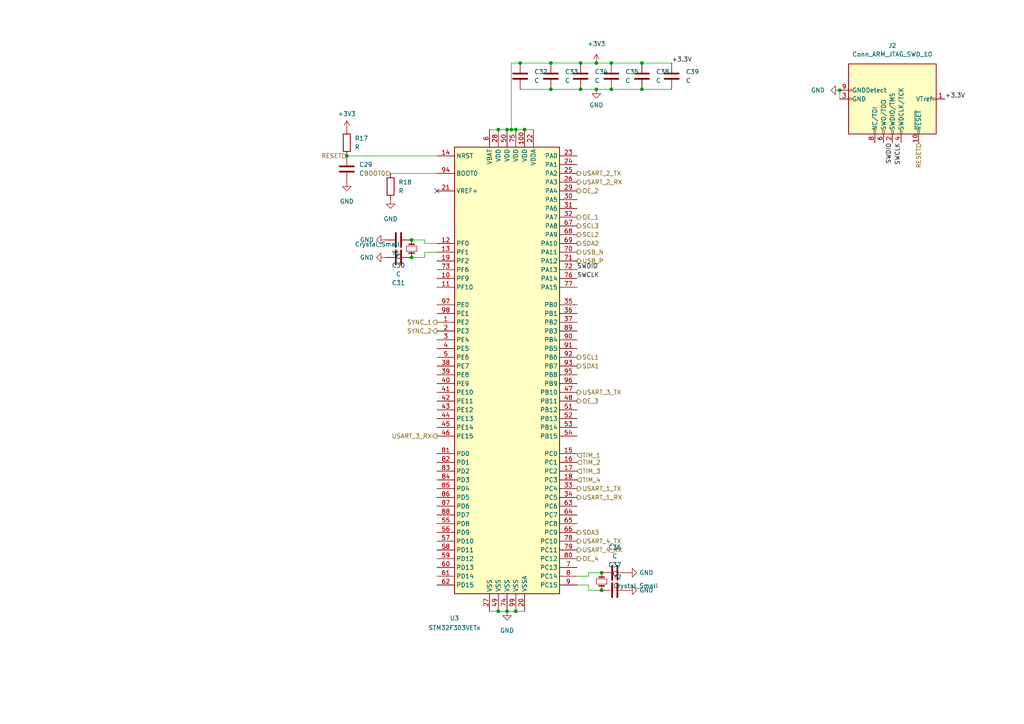
<source format=kicad_sch>
(kicad_sch (version 20210621) (generator eeschema)
  (paper "A4")
  (lib_symbols
    (symbol "Connector:Conn_ARM_JTAG_SWD_10" (pin_names (offset 1.016))
      (property "Reference" "J" (at -2.54 16.51 0))
      (property "Value" "Conn_ARM_JTAG_SWD_10" (at -2.54 13.97 0))
      (symbol "Conn_ARM_JTAG_SWD_10_0_1"
        (rectangle (start -10.16 12.7) (end 10.16 -12.7) (stroke (width 0.254)) (fill (type background)))
        (rectangle (start -2.794 -12.7) (end -2.286 -11.684))
        (rectangle (start -0.254 -12.7) (end 0.254 -11.684))
        (rectangle (start -0.254 12.7) (end 0.254 11.684))
        (rectangle (start 9.144 2.286) (end 10.16 2.794))
        (rectangle (start 10.16 -2.794) (end 9.144 -2.286))
        (rectangle (start 10.16 -0.254) (end 9.144 0.254))
        (rectangle (start 10.16 7.874) (end 9.144 7.366))
      )
      (symbol "Conn_ARM_JTAG_SWD_10_1_1"
        (rectangle (start 9.144 -5.334) (end 10.16 -4.826))
        (pin power_in line (at 0 15.24 270) (length 2.54) (name "VTref") (number "1"))
        (pin open_collector line (at 12.7 7.62 180) (length 2.54) (name "~{RESET}") (number "10"))
        (pin bidirectional line (at 12.7 0 180) (length 2.54) (name "SWDIO/TMS") (number "2"))
        (pin power_in line (at 0 -15.24 90) (length 2.54) (name "GND") (number "3"))
        (pin output line (at 12.7 2.54 180) (length 2.54) (name "SWDCLK/TCK") (number "4"))
        (pin passive line (at 0 -15.24 90) (length 2.54) hide (name "GND") (number "5"))
        (pin input line (at 12.7 -2.54 180) (length 2.54) (name "SWO/TDO") (number "6"))
        (pin no_connect line (at -10.16 0 0) (length 2.54) hide (name "KEY") (number "7"))
        (pin output line (at 12.7 -5.08 180) (length 2.54) (name "NC/TDI") (number "8"))
        (pin passive line (at -2.54 -15.24 90) (length 2.54) (name "GNDDetect") (number "9"))
      )
    )
    (symbol "Device:C" (pin_numbers hide) (pin_names (offset 0.254))
      (property "Reference" "C" (at 0.635 2.54 0))
      (property "Value" "C" (at 0.635 -2.54 0))
      (symbol "C_0_1"
        (polyline (pts (xy -2.032 -0.762) (xy 2.032 -0.762)) (stroke (width 0.508)))
        (polyline (pts (xy -2.032 0.762) (xy 2.032 0.762)) (stroke (width 0.508)))
      )
      (symbol "C_1_1"
        (pin passive line (at 0 3.81 270) (length 2.794) (name "~") (number "1"))
        (pin passive line (at 0 -3.81 90) (length 2.794) (name "~") (number "2"))
      )
    )
    (symbol "Device:Crystal_Small" (pin_numbers hide) (pin_names (offset 1.016) hide)
      (property "Reference" "Y" (at 0 2.54 0))
      (property "Value" "Crystal_Small" (at 0 -2.54 0))
      (symbol "Crystal_Small_0_1"
        (rectangle (start -0.762 -1.524) (end 0.762 1.524))
        (polyline (pts (xy -1.27 -0.762) (xy -1.27 0.762)) (stroke (width 0.381)))
        (polyline (pts (xy 1.27 -0.762) (xy 1.27 0.762)) (stroke (width 0.381)))
      )
      (symbol "Crystal_Small_1_1"
        (pin passive line (at -2.54 0 0) (length 1.27) (name "1") (number "1"))
        (pin passive line (at 2.54 0 180) (length 1.27) (name "2") (number "2"))
      )
    )
    (symbol "Device:R" (pin_numbers hide) (pin_names (offset 0))
      (property "Reference" "R" (at 2.032 0 90))
      (property "Value" "R" (at 0 0 90))
      (symbol "R_0_1"
        (rectangle (start -1.016 -2.54) (end 1.016 2.54) (stroke (width 0.254)))
      )
      (symbol "R_1_1"
        (pin passive line (at 0 3.81 270) (length 1.27) (name "~") (number "1"))
        (pin passive line (at 0 -3.81 90) (length 1.27) (name "~") (number "2"))
      )
    )
    (symbol "MCU_ST_STM32F3:STM32F303VETx"
      (property "Reference" "U" (at -15.24 64.77 0))
      (property "Value" "STM32F303VETx" (at 10.16 64.77 0))
      (symbol "STM32F303VETx_0_1"
        (rectangle (start -15.24 -66.04) (end 15.24 63.5) (stroke (width 0.254)) (fill (type background)))
      )
      (symbol "STM32F303VETx_1_1"
        (pin bidirectional line (at -20.32 12.7 0) (length 5.08) (name "PE2") (number "1"))
        (pin bidirectional line (at -20.32 25.4 0) (length 5.08) (name "PF9") (number "10"))
        (pin power_in line (at 5.08 68.58 270) (length 5.08) (name "VDD") (number "100"))
        (pin bidirectional line (at -20.32 22.86 0) (length 5.08) (name "PF10") (number "11"))
        (pin input line (at -20.32 35.56 0) (length 5.08) (name "PF0") (number "12"))
        (pin input line (at -20.32 33.02 0) (length 5.08) (name "PF1") (number "13"))
        (pin input line (at -20.32 60.96 0) (length 5.08) (name "NRST") (number "14"))
        (pin bidirectional line (at 20.32 -25.4 180) (length 5.08) (name "PC0") (number "15"))
        (pin bidirectional line (at 20.32 -27.94 180) (length 5.08) (name "PC1") (number "16"))
        (pin bidirectional line (at 20.32 -30.48 180) (length 5.08) (name "PC2") (number "17"))
        (pin bidirectional line (at 20.32 -33.02 180) (length 5.08) (name "PC3") (number "18"))
        (pin bidirectional line (at -20.32 30.48 0) (length 5.08) (name "PF2") (number "19"))
        (pin bidirectional line (at -20.32 10.16 0) (length 5.08) (name "PE3") (number "2"))
        (pin power_in line (at 5.08 -71.12 90) (length 5.08) (name "VSSA") (number "20"))
        (pin power_in line (at -20.32 50.8 0) (length 5.08) (name "VREF+") (number "21"))
        (pin power_in line (at 7.62 68.58 270) (length 5.08) (name "VDDA") (number "22"))
        (pin bidirectional line (at 20.32 60.96 180) (length 5.08) (name "PA0") (number "23"))
        (pin bidirectional line (at 20.32 58.42 180) (length 5.08) (name "PA1") (number "24"))
        (pin bidirectional line (at 20.32 55.88 180) (length 5.08) (name "PA2") (number "25"))
        (pin bidirectional line (at 20.32 53.34 180) (length 5.08) (name "PA3") (number "26"))
        (pin power_in line (at -5.08 -71.12 90) (length 5.08) (name "VSS") (number "27"))
        (pin power_in line (at -2.54 68.58 270) (length 5.08) (name "VDD") (number "28"))
        (pin bidirectional line (at 20.32 50.8 180) (length 5.08) (name "PA4") (number "29"))
        (pin bidirectional line (at -20.32 7.62 0) (length 5.08) (name "PE4") (number "3"))
        (pin bidirectional line (at 20.32 48.26 180) (length 5.08) (name "PA5") (number "30"))
        (pin bidirectional line (at 20.32 45.72 180) (length 5.08) (name "PA6") (number "31"))
        (pin bidirectional line (at 20.32 43.18 180) (length 5.08) (name "PA7") (number "32"))
        (pin bidirectional line (at 20.32 -35.56 180) (length 5.08) (name "PC4") (number "33"))
        (pin bidirectional line (at 20.32 -38.1 180) (length 5.08) (name "PC5") (number "34"))
        (pin bidirectional line (at 20.32 17.78 180) (length 5.08) (name "PB0") (number "35"))
        (pin bidirectional line (at 20.32 15.24 180) (length 5.08) (name "PB1") (number "36"))
        (pin bidirectional line (at 20.32 12.7 180) (length 5.08) (name "PB2") (number "37"))
        (pin bidirectional line (at -20.32 0 0) (length 5.08) (name "PE7") (number "38"))
        (pin bidirectional line (at -20.32 -2.54 0) (length 5.08) (name "PE8") (number "39"))
        (pin bidirectional line (at -20.32 5.08 0) (length 5.08) (name "PE5") (number "4"))
        (pin bidirectional line (at -20.32 -5.08 0) (length 5.08) (name "PE9") (number "40"))
        (pin bidirectional line (at -20.32 -7.62 0) (length 5.08) (name "PE10") (number "41"))
        (pin bidirectional line (at -20.32 -10.16 0) (length 5.08) (name "PE11") (number "42"))
        (pin bidirectional line (at -20.32 -12.7 0) (length 5.08) (name "PE12") (number "43"))
        (pin bidirectional line (at -20.32 -15.24 0) (length 5.08) (name "PE13") (number "44"))
        (pin bidirectional line (at -20.32 -17.78 0) (length 5.08) (name "PE14") (number "45"))
        (pin bidirectional line (at -20.32 -20.32 0) (length 5.08) (name "PE15") (number "46"))
        (pin bidirectional line (at 20.32 -7.62 180) (length 5.08) (name "PB10") (number "47"))
        (pin bidirectional line (at 20.32 -10.16 180) (length 5.08) (name "PB11") (number "48"))
        (pin power_in line (at -2.54 -71.12 90) (length 5.08) (name "VSS") (number "49"))
        (pin bidirectional line (at -20.32 2.54 0) (length 5.08) (name "PE6") (number "5"))
        (pin power_in line (at 0 68.58 270) (length 5.08) (name "VDD") (number "50"))
        (pin bidirectional line (at 20.32 -12.7 180) (length 5.08) (name "PB12") (number "51"))
        (pin bidirectional line (at 20.32 -15.24 180) (length 5.08) (name "PB13") (number "52"))
        (pin bidirectional line (at 20.32 -17.78 180) (length 5.08) (name "PB14") (number "53"))
        (pin bidirectional line (at 20.32 -20.32 180) (length 5.08) (name "PB15") (number "54"))
        (pin bidirectional line (at -20.32 -45.72 0) (length 5.08) (name "PD8") (number "55"))
        (pin bidirectional line (at -20.32 -48.26 0) (length 5.08) (name "PD9") (number "56"))
        (pin bidirectional line (at -20.32 -50.8 0) (length 5.08) (name "PD10") (number "57"))
        (pin bidirectional line (at -20.32 -53.34 0) (length 5.08) (name "PD11") (number "58"))
        (pin bidirectional line (at -20.32 -55.88 0) (length 5.08) (name "PD12") (number "59"))
        (pin power_in line (at -5.08 68.58 270) (length 5.08) (name "VBAT") (number "6"))
        (pin bidirectional line (at -20.32 -58.42 0) (length 5.08) (name "PD13") (number "60"))
        (pin bidirectional line (at -20.32 -60.96 0) (length 5.08) (name "PD14") (number "61"))
        (pin bidirectional line (at -20.32 -63.5 0) (length 5.08) (name "PD15") (number "62"))
        (pin bidirectional line (at 20.32 -40.64 180) (length 5.08) (name "PC6") (number "63"))
        (pin bidirectional line (at 20.32 -43.18 180) (length 5.08) (name "PC7") (number "64"))
        (pin bidirectional line (at 20.32 -45.72 180) (length 5.08) (name "PC8") (number "65"))
        (pin bidirectional line (at 20.32 -48.26 180) (length 5.08) (name "PC9") (number "66"))
        (pin bidirectional line (at 20.32 40.64 180) (length 5.08) (name "PA8") (number "67"))
        (pin bidirectional line (at 20.32 38.1 180) (length 5.08) (name "PA9") (number "68"))
        (pin bidirectional line (at 20.32 35.56 180) (length 5.08) (name "PA10") (number "69"))
        (pin bidirectional line (at 20.32 -58.42 180) (length 5.08) (name "PC13") (number "7"))
        (pin bidirectional line (at 20.32 33.02 180) (length 5.08) (name "PA11") (number "70"))
        (pin bidirectional line (at 20.32 30.48 180) (length 5.08) (name "PA12") (number "71"))
        (pin bidirectional line (at 20.32 27.94 180) (length 5.08) (name "PA13") (number "72"))
        (pin bidirectional line (at -20.32 27.94 0) (length 5.08) (name "PF6") (number "73"))
        (pin power_in line (at 0 -71.12 90) (length 5.08) (name "VSS") (number "74"))
        (pin power_in line (at 2.54 68.58 270) (length 5.08) (name "VDD") (number "75"))
        (pin bidirectional line (at 20.32 25.4 180) (length 5.08) (name "PA14") (number "76"))
        (pin bidirectional line (at 20.32 22.86 180) (length 5.08) (name "PA15") (number "77"))
        (pin bidirectional line (at 20.32 -50.8 180) (length 5.08) (name "PC10") (number "78"))
        (pin bidirectional line (at 20.32 -53.34 180) (length 5.08) (name "PC11") (number "79"))
        (pin bidirectional line (at 20.32 -60.96 180) (length 5.08) (name "PC14") (number "8"))
        (pin bidirectional line (at 20.32 -55.88 180) (length 5.08) (name "PC12") (number "80"))
        (pin bidirectional line (at -20.32 -25.4 0) (length 5.08) (name "PD0") (number "81"))
        (pin bidirectional line (at -20.32 -27.94 0) (length 5.08) (name "PD1") (number "82"))
        (pin bidirectional line (at -20.32 -30.48 0) (length 5.08) (name "PD2") (number "83"))
        (pin bidirectional line (at -20.32 -33.02 0) (length 5.08) (name "PD3") (number "84"))
        (pin bidirectional line (at -20.32 -35.56 0) (length 5.08) (name "PD4") (number "85"))
        (pin bidirectional line (at -20.32 -38.1 0) (length 5.08) (name "PD5") (number "86"))
        (pin bidirectional line (at -20.32 -40.64 0) (length 5.08) (name "PD6") (number "87"))
        (pin bidirectional line (at -20.32 -43.18 0) (length 5.08) (name "PD7") (number "88"))
        (pin bidirectional line (at 20.32 10.16 180) (length 5.08) (name "PB3") (number "89"))
        (pin bidirectional line (at 20.32 -63.5 180) (length 5.08) (name "PC15") (number "9"))
        (pin bidirectional line (at 20.32 7.62 180) (length 5.08) (name "PB4") (number "90"))
        (pin bidirectional line (at 20.32 5.08 180) (length 5.08) (name "PB5") (number "91"))
        (pin bidirectional line (at 20.32 2.54 180) (length 5.08) (name "PB6") (number "92"))
        (pin bidirectional line (at 20.32 0 180) (length 5.08) (name "PB7") (number "93"))
        (pin input line (at -20.32 55.88 0) (length 5.08) (name "BOOT0") (number "94"))
        (pin bidirectional line (at 20.32 -2.54 180) (length 5.08) (name "PB8") (number "95"))
        (pin bidirectional line (at 20.32 -5.08 180) (length 5.08) (name "PB9") (number "96"))
        (pin bidirectional line (at -20.32 17.78 0) (length 5.08) (name "PE0") (number "97"))
        (pin bidirectional line (at -20.32 15.24 0) (length 5.08) (name "PE1") (number "98"))
        (pin power_in line (at 2.54 -71.12 90) (length 5.08) (name "VSS") (number "99"))
      )
    )
    (symbol "power:+3.3V" (power) (pin_names (offset 0))
      (property "Value" "+3.3V" (at 0 3.556 0))
      (symbol "+3.3V_0_1"
        (polyline (pts (xy -0.762 1.27) (xy 0 2.54)))
        (polyline (pts (xy 0 0) (xy 0 2.54)))
        (polyline (pts (xy 0 2.54) (xy 0.762 1.27)))
      )
      (symbol "+3.3V_1_1"
        (pin power_in line (at 0 0 90) (length 0) hide (name "+3V3") (number "1"))
      )
    )
    (symbol "power:GND" (power) (pin_names (offset 0))
      (property "Value" "GND" (at 0 -3.81 0))
      (symbol "GND_0_1"
        (polyline (pts (xy 0 0) (xy 0 -1.27) (xy 1.27 -1.27) (xy 0 -2.54) (xy -1.27 -1.27) (xy 0 -1.27)))
      )
      (symbol "GND_1_1"
        (pin power_in line (at 0 0 270) (length 0) hide (name "GND") (number "1"))
      )
    )
  )
  (junction (at 172.974 18.288))
  (junction (at 174.498 166.116))
  (junction (at 177.292 18.288))
  (junction (at 172.974 25.908))
  (junction (at 147.066 177.292))
  (junction (at 144.526 37.592))
  (junction (at 186.182 25.908))
  (junction (at 174.498 171.196))
  (junction (at 119.38 69.596))
  (junction (at 148.336 37.592))
  (junction (at 243.586 26.162))
  (junction (at 100.584 45.212))
  (junction (at 144.526 177.292))
  (junction (at 177.292 25.908))
  (junction (at 149.606 177.292))
  (junction (at 150.876 18.288))
  (junction (at 147.066 37.592))
  (junction (at 186.182 18.288))
  (junction (at 149.606 37.592))
  (junction (at 152.146 37.592))
  (junction (at 159.766 18.288))
  (junction (at 159.766 25.908))
  (junction (at 119.38 74.676))
  (junction (at 168.402 25.908))
  (junction (at 168.402 18.288))
  (no_connect (at 126.746 55.372))
  (wire (pts (xy 149.606 37.592) (xy 152.146 37.592)))
  (wire (pts (xy 152.146 37.592) (xy 154.686 37.592)))
  (wire (pts (xy 148.336 37.592) (xy 149.606 37.592)))
  (wire (pts (xy 147.066 37.592) (xy 148.336 37.592)))
  (wire (pts (xy 141.986 37.592) (xy 144.526 37.592)))
  (wire (pts (xy 144.526 37.592) (xy 147.066 37.592)))
  (wire (pts (xy 167.386 169.672) (xy 170.688 169.672)))
  (wire (pts (xy 170.688 171.196) (xy 174.498 171.196)))
  (wire (pts (xy 170.688 169.672) (xy 170.688 171.196)))
  (wire (pts (xy 243.586 26.162) (xy 243.586 28.702)))
  (wire (pts (xy 123.19 70.612) (xy 126.746 70.612)))
  (wire (pts (xy 123.19 69.596) (xy 123.19 70.612)))
  (wire (pts (xy 113.284 50.292) (xy 126.746 50.292)))
  (wire (pts (xy 167.386 167.132) (xy 170.688 167.132)))
  (wire (pts (xy 170.688 167.132) (xy 170.688 166.116)))
  (wire (pts (xy 170.688 166.116) (xy 174.498 166.116)))
  (wire (pts (xy 147.066 177.292) (xy 149.606 177.292)))
  (wire (pts (xy 149.606 177.292) (xy 152.146 177.292)))
  (wire (pts (xy 144.526 177.292) (xy 147.066 177.292)))
  (wire (pts (xy 141.986 177.292) (xy 144.526 177.292)))
  (wire (pts (xy 126.746 73.152) (xy 123.19 73.152)))
  (wire (pts (xy 123.19 73.152) (xy 123.19 74.676)))
  (wire (pts (xy 123.19 69.596) (xy 119.38 69.596)))
  (wire (pts (xy 150.876 25.908) (xy 159.766 25.908)))
  (wire (pts (xy 159.766 25.908) (xy 168.402 25.908)))
  (wire (pts (xy 168.402 25.908) (xy 172.974 25.908)))
  (wire (pts (xy 172.974 25.908) (xy 177.292 25.908)))
  (wire (pts (xy 186.182 25.908) (xy 194.818 25.908)))
  (wire (pts (xy 177.292 25.908) (xy 186.182 25.908)))
  (wire (pts (xy 168.402 18.288) (xy 172.974 18.288)))
  (wire (pts (xy 172.974 18.288) (xy 177.292 18.288)))
  (wire (pts (xy 159.766 18.288) (xy 168.402 18.288)))
  (wire (pts (xy 148.336 37.592) (xy 148.336 18.288)))
  (wire (pts (xy 148.336 18.288) (xy 150.876 18.288)))
  (wire (pts (xy 150.876 18.288) (xy 159.766 18.288)))
  (wire (pts (xy 177.292 18.288) (xy 186.182 18.288)))
  (wire (pts (xy 186.182 18.288) (xy 194.818 18.288)))
  (wire (pts (xy 100.584 45.212) (xy 126.746 45.212)))
  (wire (pts (xy 123.19 74.676) (xy 119.38 74.676)))
  (label "+3.3V" (at 274.066 28.702 0))
  (label "SWCLK" (at 261.366 41.402 270))
  (label "SWCLK" (at 167.386 80.772 0))
  (label "+3.3V" (at 194.818 18.288 0))
  (label "SWDIO" (at 258.826 41.402 270))
  (label "SWDIO" (at 167.386 78.232 0))
  (hierarchical_label "USART_1_RX" (shape output) (at 167.386 144.272 0))
  (hierarchical_label "OE_1" (shape output) (at 167.386 62.992 0))
  (hierarchical_label "SCL2" (shape output) (at 167.386 68.072 0))
  (hierarchical_label "USB_P" (shape output) (at 167.386 75.692 0))
  (hierarchical_label "TIM_4" (shape input) (at 167.386 139.192 0))
  (hierarchical_label "RESET" (shape input) (at 266.446 41.402 270))
  (hierarchical_label "USB_N" (shape output) (at 167.386 73.152 0))
  (hierarchical_label "USART_1_TX" (shape output) (at 167.386 141.732 0))
  (hierarchical_label "USART_3_TX" (shape output) (at 167.386 113.792 0))
  (hierarchical_label "BOOT0" (shape input) (at 113.284 50.292 180))
  (hierarchical_label "SDA3" (shape output) (at 167.386 154.432 0))
  (hierarchical_label "OE_3" (shape output) (at 167.386 116.332 0))
  (hierarchical_label "SDA2" (shape output) (at 167.386 70.612 0))
  (hierarchical_label "TIM_1" (shape input) (at 167.386 132.08 0))
  (hierarchical_label "SYNC_1" (shape output) (at 126.746 93.472 180))
  (hierarchical_label "USART_4_RX" (shape output) (at 167.386 159.512 0))
  (hierarchical_label "USART_2_TX" (shape output) (at 167.386 50.292 0))
  (hierarchical_label "TIM_3" (shape input) (at 167.386 136.652 0))
  (hierarchical_label "OE_2" (shape output) (at 167.386 55.372 0))
  (hierarchical_label "SDA1" (shape output) (at 167.386 106.172 0))
  (hierarchical_label "OE_4" (shape output) (at 167.386 162.052 0))
  (hierarchical_label "USART_4_TX" (shape output) (at 167.386 156.972 0))
  (hierarchical_label "SYNC_2" (shape output) (at 126.746 96.012 180))
  (hierarchical_label "RESET" (shape input) (at 100.584 45.212 180))
  (hierarchical_label "SCL1" (shape output) (at 167.386 103.632 0))
  (hierarchical_label "USART_3_RX" (shape output) (at 126.746 126.492 180))
  (hierarchical_label "SCL3" (shape output) (at 167.386 65.532 0))
  (hierarchical_label "TIM_2" (shape input) (at 167.386 134.112 0))
  (hierarchical_label "USART_2_RX" (shape output) (at 167.386 52.832 0))
  (symbol (lib_id "Connector:Conn_ARM_JTAG_SWD_10") (at 258.826 28.702 270) (unit 1)
    (property "Reference" "J2" (at 258.826 13.208 90))
    (property "Value" "Conn_ARM_JTAG_SWD_10" (at 258.826 15.748 90))
    (property "Footprint" "Connector_PinHeader_1.27mm:PinHeader_2x05_P1.27mm_Vertical_SMD" (effects hide))
    (property "Datasheet" "http://infocenter.arm.com/help/topic/com.arm.doc.ddi0314h/DDI0314H_coresight_components_trm.pdf" (effects hide))
  )
  (symbol (lib_id "power:+3.3V") (at 100.584 37.592 0) (unit 1)
    (property "Reference" "#PWR037" (effects hide))
    (property "Value" "+3.3V" (at 100.584 33.02 0))
  )
  (symbol (lib_id "Device:C") (at 115.57 69.596 270) (unit 1)
    (property "Reference" "C30" (at 115.57 76.962 90))
    (property "Value" "C" (at 115.57 74.422 90))
    (property "Footprint" "Capacitor_SMD:C_0402_1005Metric" (effects hide))
  )
  (symbol (lib_id "power:GND") (at 100.584 52.832 0) (unit 1)
    (property "Reference" "#PWR038" (effects hide))
    (property "Value" "GND" (at 100.584 58.42 0))
  )
  (symbol (lib_id "Device:C") (at 115.57 74.676 270) (unit 1)
    (property "Reference" "C31" (at 115.57 82.042 90))
    (property "Value" "C" (at 115.57 79.502 90))
    (property "Footprint" "Capacitor_SMD:C_0402_1005Metric" (effects hide))
  )
  (symbol (lib_id "MCU_ST_STM32F3:STM32F303VETx") (at 147.066 106.172 0) (unit 1)
    (property "Reference" "U3" (at 131.826 179.3146 0))
    (property "Value" "STM32F303VETx" (at 131.826 182.0897 0))
    (property "Footprint" "Package_QFP:LQFP-100_14x14mm_P0.5mm" (effects hide))
    (property "Datasheet" "http://www.st.com/st-web-ui/static/active/en/resource/technical/document/datasheet/DM00118585.pdf" (effects hide))
  )
  (symbol (lib_id "Device:C") (at 168.402 22.098 0) (unit 1)
    (property "Reference" "C34" (at 172.466 20.8279 0) (effects (justify left)))
    (property "Value" "C" (at 172.466 23.3679 0) (effects (justify left)))
    (property "Footprint" "Capacitor_SMD:C_0402_1005Metric" (effects hide))
  )
  (symbol (lib_id "power:GND") (at 172.974 25.908 0) (unit 1)
    (property "Reference" "#PWR044" (effects hide))
    (property "Value" "GND" (at 172.974 30.48 0))
  )
  (symbol (lib_id "power:GND") (at 113.284 57.912 0) (unit 1)
    (property "Reference" "#PWR041" (effects hide))
    (property "Value" "GND" (at 113.284 63.5 0))
  )
  (symbol (lib_id "Device:C") (at 186.182 22.098 0) (unit 1)
    (property "Reference" "C38" (at 190.246 20.8279 0) (effects (justify left)))
    (property "Value" "C" (at 190.246 23.3679 0) (effects (justify left)))
    (property "Footprint" "Capacitor_SMD:C_0402_1005Metric" (effects hide))
  )
  (symbol (lib_id "power:+3.3V") (at 172.974 18.288 0) (unit 1)
    (property "Reference" "#PWR043" (effects hide))
    (property "Value" "+3.3V" (at 172.974 12.7 0))
  )
  (symbol (lib_id "power:GND") (at 182.118 171.196 90) (unit 1)
    (property "Reference" "#PWR046" (effects hide))
    (property "Value" "GND" (at 185.42 171.1959 90) (effects (justify right)))
  )
  (symbol (lib_id "Device:Crystal_Small") (at 119.38 72.136 270) (unit 1)
    (property "Reference" "Y1" (at 116.078 73.4061 90) (effects (justify right)))
    (property "Value" "Crystal_Small" (at 116.078 70.8661 90) (effects (justify right)))
    (property "Footprint" "Crystal:Crystal_SMD_2012-2Pin_2.0x1.2mm" (effects hide))
  )
  (symbol (lib_id "Device:C") (at 194.818 22.098 0) (unit 1)
    (property "Reference" "C39" (at 198.882 20.8279 0) (effects (justify left)))
    (property "Value" "C" (at 198.882 23.3679 0) (effects (justify left)))
    (property "Footprint" "Capacitor_SMD:C_0402_1005Metric" (effects hide))
  )
  (symbol (lib_id "Device:C") (at 100.584 49.022 0) (unit 1)
    (property "Reference" "C29" (at 104.14 47.7519 0) (effects (justify left)))
    (property "Value" "C" (at 104.14 50.2919 0) (effects (justify left)))
    (property "Footprint" "Capacitor_SMD:C_0402_1005Metric" (effects hide))
  )
  (symbol (lib_id "power:GND") (at 111.76 69.596 270) (unit 1)
    (property "Reference" "#PWR039" (effects hide))
    (property "Value" "GND" (at 108.458 69.5961 90) (effects (justify right)))
  )
  (symbol (lib_id "Device:C") (at 159.766 22.098 0) (unit 1)
    (property "Reference" "C33" (at 163.83 20.8279 0) (effects (justify left)))
    (property "Value" "C" (at 163.83 23.3679 0) (effects (justify left)))
    (property "Footprint" "Capacitor_SMD:C_0402_1005Metric" (effects hide))
  )
  (symbol (lib_id "power:GND") (at 182.118 166.116 90) (unit 1)
    (property "Reference" "#PWR045" (effects hide))
    (property "Value" "GND" (at 185.42 166.1159 90) (effects (justify right)))
  )
  (symbol (lib_id "Device:C") (at 177.292 22.098 0) (unit 1)
    (property "Reference" "C35" (at 181.356 20.8279 0) (effects (justify left)))
    (property "Value" "C" (at 181.356 23.3679 0) (effects (justify left)))
    (property "Footprint" "Capacitor_SMD:C_0402_1005Metric" (effects hide))
  )
  (symbol (lib_id "Device:Crystal_Small") (at 174.498 168.656 90) (unit 1)
    (property "Reference" "Y2" (at 177.8 167.3859 90) (effects (justify right)))
    (property "Value" "Crystal_Small" (at 177.8 169.9259 90) (effects (justify right)))
    (property "Footprint" "Crystal:Crystal_SMD_2012-2Pin_2.0x1.2mm" (effects hide))
  )
  (symbol (lib_id "Device:R") (at 113.284 54.102 0) (unit 1)
    (property "Reference" "R18" (at 115.57 52.8319 0) (effects (justify left)))
    (property "Value" "R" (at 115.57 55.3719 0) (effects (justify left)))
    (property "Footprint" "Resistor_SMD:R_0402_1005Metric" (effects hide))
  )
  (symbol (lib_id "power:GND") (at 243.586 26.162 270) (unit 1)
    (property "Reference" "#PWR047" (effects hide))
    (property "Value" "GND" (at 239.268 26.1619 90) (effects (justify right)))
  )
  (symbol (lib_id "power:GND") (at 111.76 74.676 270) (unit 1)
    (property "Reference" "#PWR040" (effects hide))
    (property "Value" "GND" (at 108.458 74.6761 90) (effects (justify right)))
  )
  (symbol (lib_id "Device:R") (at 100.584 41.402 0) (unit 1)
    (property "Reference" "R17" (at 102.87 40.1319 0) (effects (justify left)))
    (property "Value" "R" (at 102.87 42.6719 0) (effects (justify left)))
    (property "Footprint" "Resistor_SMD:R_0402_1005Metric" (effects hide))
  )
  (symbol (lib_id "power:GND") (at 147.066 177.292 0) (unit 1)
    (property "Reference" "#PWR042" (effects hide))
    (property "Value" "GND" (at 147.066 182.88 0))
  )
  (symbol (lib_id "Device:C") (at 178.308 171.196 90) (unit 1)
    (property "Reference" "C37" (at 178.308 163.83 90))
    (property "Value" "C" (at 178.308 166.37 90))
    (property "Footprint" "Capacitor_SMD:C_0402_1005Metric" (effects hide))
  )
  (symbol (lib_id "Device:C") (at 178.308 166.116 90) (unit 1)
    (property "Reference" "C36" (at 178.308 158.75 90))
    (property "Value" "C" (at 178.308 161.29 90))
    (property "Footprint" "Capacitor_SMD:C_0402_1005Metric" (effects hide))
  )
  (symbol (lib_id "Device:C") (at 150.876 22.098 0) (unit 1)
    (property "Reference" "C32" (at 154.94 20.8279 0) (effects (justify left)))
    (property "Value" "C" (at 154.94 23.3679 0) (effects (justify left)))
    (property "Footprint" "Capacitor_SMD:C_0402_1005Metric" (effects hide))
  )
)
</source>
